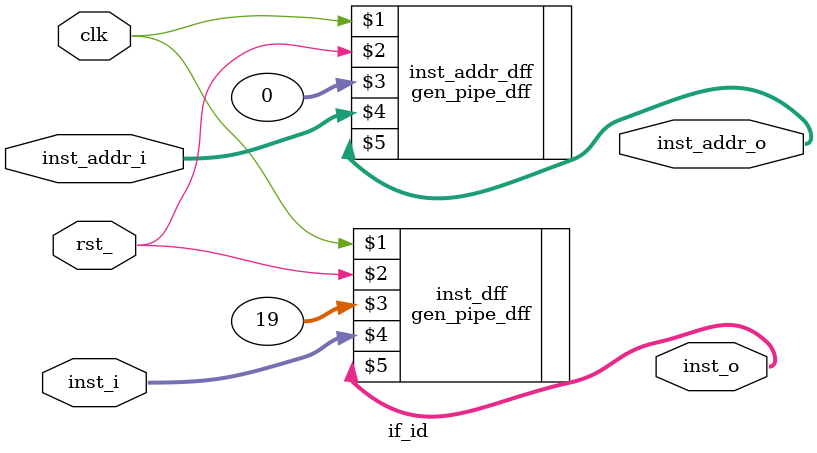
<source format=v>
module if_id(
    input wire clk,
    input wire rst_,

    input wire[31:0] inst_i,
    input wire[31:0] inst_addr_i,

    output wire[31:0] inst_o,
    output wire[31:0] inst_addr_o
);

gen_pipe_dff #(32) inst_dff(
    clk,
    rst_,
    32'h00000013 /* addi x0, x0, 0 (a.k.a nop) */,
    inst_i,
    inst_o
);

gen_pipe_dff #(32) inst_addr_dff(
    clk,
    rst_,
    32'h0,
    inst_addr_i,
    inst_addr_o
);

endmodule
</source>
